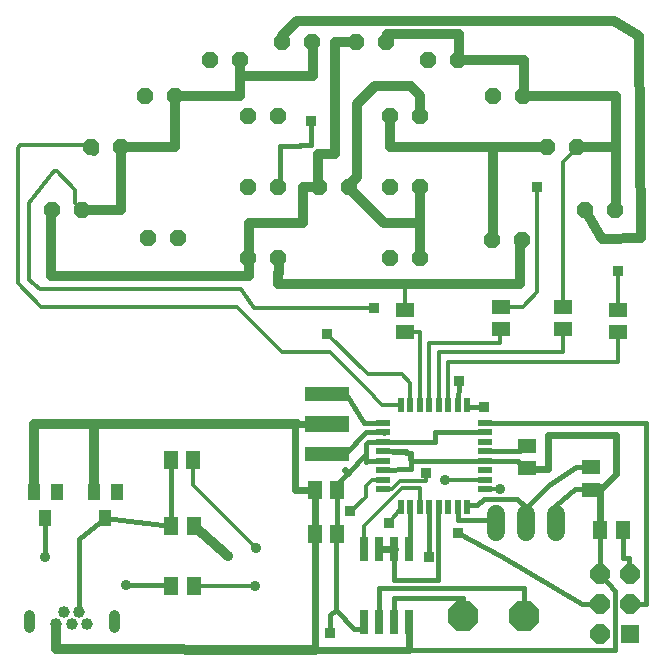
<source format=gbl>
G75*
%MOIN*%
%OFA0B0*%
%FSLAX25Y25*%
%IPPOS*%
%LPD*%
%AMOC8*
5,1,8,0,0,1.08239X$1,22.5*
%
%ADD10R,0.05000X0.02200*%
%ADD11R,0.02200X0.05000*%
%ADD12R,0.02600X0.08000*%
%ADD13R,0.05118X0.06299*%
%ADD14OC8,0.05600*%
%ADD15R,0.06400X0.06400*%
%ADD16OC8,0.06400*%
%ADD17R,0.05906X0.05118*%
%ADD18R,0.06299X0.05118*%
%ADD19R,0.05118X0.05906*%
%ADD20OC8,0.10000*%
%ADD21R,0.14961X0.05512*%
%ADD22R,0.14961X0.04724*%
%ADD23C,0.06000*%
%ADD24R,0.03937X0.05512*%
%ADD25C,0.03975*%
%ADD26C,0.03819*%
%ADD27C,0.01600*%
%ADD28C,0.02400*%
%ADD29C,0.01200*%
%ADD30C,0.03200*%
%ADD31R,0.03562X0.03562*%
%ADD32C,0.03562*%
D10*
X0125848Y0060959D03*
X0125848Y0064108D03*
X0125848Y0067258D03*
X0125848Y0070407D03*
X0125848Y0073557D03*
X0125848Y0076707D03*
X0125848Y0079856D03*
X0125848Y0083006D03*
X0159648Y0083006D03*
X0159648Y0079856D03*
X0159648Y0076707D03*
X0159648Y0073557D03*
X0159648Y0070407D03*
X0159648Y0067258D03*
X0159648Y0064108D03*
X0159648Y0060959D03*
D11*
X0153772Y0055082D03*
X0150622Y0055082D03*
X0147472Y0055082D03*
X0144323Y0055082D03*
X0141173Y0055082D03*
X0138024Y0055082D03*
X0134874Y0055082D03*
X0131724Y0055082D03*
X0131724Y0088882D03*
X0134874Y0088882D03*
X0138024Y0088882D03*
X0141173Y0088882D03*
X0144323Y0088882D03*
X0147472Y0088882D03*
X0150622Y0088882D03*
X0153772Y0088882D03*
D12*
X0134480Y0040850D03*
X0129480Y0040850D03*
X0124480Y0040850D03*
X0119480Y0040850D03*
X0119480Y0016650D03*
X0124480Y0016650D03*
X0129480Y0016650D03*
X0134480Y0016650D03*
D13*
X0062720Y0028750D03*
X0055240Y0028750D03*
X0055240Y0048750D03*
X0062720Y0048750D03*
X0062470Y0070500D03*
X0054990Y0070500D03*
D14*
X0080876Y0138108D03*
X0090876Y0138108D03*
X0090876Y0161730D03*
X0080876Y0161730D03*
X0104498Y0161730D03*
X0114498Y0161730D03*
X0128120Y0161730D03*
X0138120Y0161730D03*
X0138120Y0138108D03*
X0128120Y0138108D03*
X0162230Y0144000D03*
X0172230Y0144000D03*
X0193120Y0154093D03*
X0203120Y0154093D03*
X0190482Y0175037D03*
X0180482Y0175037D03*
X0172490Y0192045D03*
X0162490Y0192045D03*
X0150837Y0203974D03*
X0140837Y0203974D03*
X0126900Y0210156D03*
X0116900Y0210156D03*
X0102096Y0210156D03*
X0092096Y0210156D03*
X0078159Y0203974D03*
X0068159Y0203974D03*
X0056467Y0192006D03*
X0046467Y0192006D03*
X0038474Y0175037D03*
X0028474Y0175037D03*
X0025285Y0153856D03*
X0015285Y0153856D03*
X0047526Y0144730D03*
X0057526Y0144730D03*
X0080876Y0185352D03*
X0090876Y0185352D03*
X0128120Y0185352D03*
X0138120Y0185352D03*
D15*
X0208230Y0012750D03*
D16*
X0198230Y0012750D03*
X0198230Y0022750D03*
X0198230Y0032750D03*
X0208230Y0032750D03*
X0208230Y0022750D03*
D17*
X0173730Y0068010D03*
X0173730Y0075490D03*
D18*
X0194980Y0068240D03*
X0194980Y0060760D03*
X0204230Y0113260D03*
X0204230Y0120740D03*
X0185730Y0121740D03*
X0185730Y0114260D03*
X0164980Y0114260D03*
X0164980Y0121740D03*
X0133230Y0120740D03*
X0133230Y0113260D03*
D19*
X0110470Y0060750D03*
X0102990Y0060750D03*
X0102990Y0046000D03*
X0110470Y0046000D03*
X0198240Y0047250D03*
X0205720Y0047250D03*
D20*
X0172730Y0018750D03*
X0152480Y0018750D03*
D21*
X0107230Y0082750D03*
D22*
X0107230Y0092750D03*
X0107230Y0072750D03*
D23*
X0163480Y0052750D02*
X0163480Y0046750D01*
X0173480Y0046750D02*
X0173480Y0052750D01*
X0183480Y0052750D02*
X0183480Y0046750D01*
D24*
X0036970Y0060081D03*
X0029490Y0060081D03*
X0033230Y0051419D03*
X0016970Y0059831D03*
X0009490Y0059831D03*
X0013230Y0051169D03*
D25*
X0019421Y0020071D03*
X0016862Y0016134D03*
X0021980Y0016134D03*
X0024539Y0020071D03*
X0027098Y0016134D03*
D26*
X0007906Y0015091D02*
X0007906Y0018909D01*
X0036055Y0018909D02*
X0036055Y0015091D01*
D27*
X0024539Y0020071D02*
X0024480Y0044250D01*
X0033230Y0051419D01*
X0055240Y0048750D01*
X0054990Y0070500D01*
X0055240Y0029000D02*
X0040230Y0029000D01*
X0055240Y0029000D02*
X0055240Y0028750D01*
X0013230Y0038250D02*
X0013230Y0051169D01*
X0107230Y0072750D02*
X0112980Y0072750D01*
X0120230Y0080000D01*
X0125730Y0080000D01*
X0125874Y0079856D01*
X0125848Y0079856D01*
X0125874Y0079856D02*
X0125980Y0079750D01*
X0126230Y0076750D02*
X0143230Y0076750D01*
X0143230Y0079856D01*
X0159648Y0079856D01*
X0159480Y0083000D02*
X0213480Y0083000D01*
X0213480Y0022750D01*
X0208230Y0022750D01*
X0203230Y0027000D02*
X0203230Y0007250D01*
X0134480Y0007250D01*
X0129480Y0016650D02*
X0129480Y0024750D01*
X0152480Y0024750D01*
X0152480Y0018750D01*
X0144230Y0030750D02*
X0144230Y0055082D01*
X0144323Y0055082D01*
X0141173Y0055082D02*
X0141173Y0053557D01*
X0141230Y0053500D01*
X0140980Y0052250D01*
X0140980Y0038250D01*
X0134730Y0040850D02*
X0134730Y0055082D01*
X0134874Y0055082D01*
X0137980Y0055250D02*
X0138024Y0055207D01*
X0138024Y0055082D01*
X0150622Y0055082D02*
X0150622Y0050500D01*
X0163480Y0050500D01*
X0163480Y0049750D01*
X0157230Y0055500D02*
X0153980Y0055500D01*
X0153980Y0055291D01*
X0153772Y0055082D01*
X0157230Y0055500D02*
X0159480Y0057750D01*
X0170480Y0057750D01*
X0173356Y0054875D01*
X0173356Y0054875D01*
X0173480Y0055000D01*
X0173480Y0049750D01*
X0173480Y0054750D02*
X0173356Y0054875D01*
X0173480Y0054750D02*
X0180980Y0062250D01*
X0189980Y0068250D01*
X0190980Y0068240D01*
X0194980Y0068240D01*
X0194980Y0060760D02*
X0189730Y0061000D01*
X0183480Y0055750D01*
X0183480Y0049750D01*
X0198240Y0047250D02*
X0198240Y0032750D01*
X0198230Y0032750D01*
X0203230Y0027000D01*
X0198230Y0022750D02*
X0192230Y0022500D01*
X0164980Y0038750D01*
X0150730Y0046250D01*
X0144230Y0030750D02*
X0129480Y0030750D01*
X0129480Y0040850D01*
X0134480Y0040850D02*
X0134730Y0040850D01*
X0124480Y0028000D02*
X0124480Y0016650D01*
X0119480Y0016650D02*
X0119480Y0014750D01*
X0118980Y0014250D01*
X0116230Y0014250D01*
X0109980Y0020500D01*
X0109980Y0020750D01*
X0108230Y0019000D01*
X0107980Y0019000D01*
X0107980Y0013000D01*
X0109980Y0020750D02*
X0109980Y0046000D01*
X0110470Y0046000D01*
X0110470Y0060490D01*
X0110480Y0060500D01*
X0110470Y0060510D01*
X0110470Y0060750D01*
X0110470Y0062740D01*
X0113980Y0066250D01*
X0120230Y0072500D01*
X0120230Y0076000D01*
X0120730Y0076500D01*
X0125480Y0076500D01*
X0125687Y0076707D01*
X0125848Y0076707D01*
X0126230Y0076707D01*
X0126230Y0076750D01*
X0126480Y0073750D02*
X0126480Y0073557D01*
X0126480Y0073500D01*
X0134980Y0073000D01*
X0134980Y0070500D01*
X0135230Y0070500D01*
X0135230Y0070407D01*
X0159648Y0070407D01*
X0170573Y0070407D01*
X0173480Y0067500D01*
X0173730Y0067750D01*
X0173730Y0068010D01*
X0173730Y0067500D01*
X0173980Y0067500D01*
X0171537Y0073557D02*
X0173730Y0075750D01*
X0173730Y0075490D01*
X0171537Y0073557D02*
X0159648Y0073557D01*
X0159480Y0083000D02*
X0159480Y0083006D01*
X0159648Y0083006D01*
X0159480Y0088250D02*
X0154230Y0088250D01*
X0153730Y0088750D01*
X0153772Y0088791D01*
X0153772Y0088882D01*
X0150730Y0089250D02*
X0150480Y0089000D01*
X0150598Y0088882D01*
X0150622Y0088882D01*
X0150730Y0089250D02*
X0150980Y0097000D01*
X0125848Y0083006D02*
X0119480Y0083000D01*
X0113480Y0092750D01*
X0107230Y0092750D01*
X0125848Y0073557D02*
X0126480Y0073557D01*
X0125848Y0070407D02*
X0120638Y0070407D01*
X0120230Y0070000D01*
X0120230Y0072500D01*
X0123988Y0067258D02*
X0125848Y0067258D01*
X0134480Y0067758D01*
X0134480Y0067750D01*
X0134980Y0067750D01*
X0134980Y0070500D01*
X0123988Y0067258D02*
X0123980Y0067250D01*
X0124480Y0028000D02*
X0172730Y0028000D01*
X0172730Y0018750D01*
X0172709Y0015022D02*
X0172730Y0015000D01*
X0205720Y0038000D02*
X0205720Y0047250D01*
X0205720Y0038000D02*
X0207730Y0038000D01*
X0207730Y0032750D01*
X0208230Y0032750D01*
X0129480Y0016650D02*
X0129230Y0016650D01*
X0119480Y0016650D02*
X0119230Y0016650D01*
X0091480Y0161730D02*
X0090876Y0161730D01*
X0091480Y0161730D02*
X0091480Y0175250D01*
X0097980Y0175250D01*
X0097980Y0175750D01*
X0101730Y0175750D01*
X0101730Y0183750D01*
D28*
X0096980Y0082750D02*
X0107230Y0082750D01*
X0096980Y0082750D02*
X0096480Y0082750D01*
X0096480Y0060750D01*
X0102990Y0060750D01*
X0102990Y0046000D01*
X0102990Y0007250D01*
X0102990Y0007000D01*
X0102990Y0007250D02*
X0134480Y0007250D01*
X0134480Y0016650D01*
X0119480Y0016650D02*
X0119480Y0018000D01*
X0124480Y0040850D02*
X0129480Y0040850D01*
X0129730Y0040850D01*
X0129730Y0041000D01*
X0113980Y0066250D02*
X0112980Y0067250D01*
X0173980Y0067500D02*
X0180730Y0067500D01*
X0180730Y0079000D01*
X0203480Y0079000D01*
X0203480Y0066000D01*
X0199230Y0061750D01*
X0194980Y0061750D01*
X0194980Y0060760D01*
X0198240Y0060760D01*
X0198240Y0047250D01*
X0194980Y0060760D02*
X0194980Y0061250D01*
X0198230Y0032750D02*
X0198480Y0032750D01*
D29*
X0173980Y0067500D02*
X0172730Y0068750D01*
X0172480Y0068750D01*
X0170980Y0070250D01*
X0135230Y0070250D01*
X0134730Y0070750D01*
X0134730Y0072750D01*
X0133923Y0073557D01*
X0125848Y0073557D01*
X0125230Y0064250D02*
X0124980Y0064000D01*
X0121980Y0064000D01*
X0119980Y0062000D01*
X0119980Y0058250D01*
X0115230Y0053500D01*
X0114730Y0053500D01*
X0119480Y0048750D02*
X0132230Y0061250D01*
X0137980Y0061250D01*
X0137980Y0055250D01*
X0131724Y0055082D02*
X0131724Y0054494D01*
X0127730Y0049750D01*
X0119480Y0048750D02*
X0119480Y0040850D01*
X0125848Y0060959D02*
X0128689Y0060959D01*
X0131480Y0063750D01*
X0140230Y0063750D01*
X0140230Y0066250D01*
X0146480Y0064000D02*
X0159540Y0064000D01*
X0159648Y0064108D01*
X0159689Y0061000D02*
X0164730Y0061000D01*
X0159689Y0061000D02*
X0159648Y0060959D01*
X0147480Y0088882D02*
X0147480Y0103250D01*
X0204230Y0103250D01*
X0204230Y0113260D01*
X0204230Y0120740D02*
X0204230Y0133500D01*
X0185730Y0121740D02*
X0185730Y0170000D01*
X0190482Y0174752D01*
X0190482Y0175037D01*
X0177230Y0161500D02*
X0177230Y0126500D01*
X0172470Y0121740D01*
X0164980Y0121740D01*
X0164980Y0114260D02*
X0164730Y0114260D01*
X0164730Y0109750D01*
X0141230Y0109750D01*
X0141230Y0088882D01*
X0141173Y0088882D01*
X0144323Y0088882D02*
X0144480Y0088882D01*
X0144480Y0106500D01*
X0185730Y0106500D01*
X0185730Y0114260D01*
X0147480Y0088882D02*
X0147472Y0088882D01*
X0138024Y0088882D02*
X0137980Y0088882D01*
X0137980Y0113260D01*
X0133230Y0113260D01*
X0133230Y0120740D02*
X0133230Y0129250D01*
X0122730Y0121250D02*
X0082730Y0121250D01*
X0078480Y0127500D01*
X0011480Y0127500D01*
X0007730Y0130750D01*
X0007730Y0156250D01*
X0016230Y0167000D01*
X0016980Y0167000D01*
X0023230Y0160750D01*
X0023230Y0156250D01*
X0025480Y0154000D01*
X0025337Y0153856D01*
X0025285Y0153856D01*
X0028480Y0175000D02*
X0028474Y0175006D01*
X0027980Y0175500D01*
X0004730Y0175500D01*
X0003980Y0174750D01*
X0003980Y0129500D01*
X0011730Y0121750D01*
X0076980Y0121750D01*
X0091980Y0106750D01*
X0107980Y0106750D01*
X0122730Y0092000D01*
X0122730Y0091750D01*
X0125598Y0088882D01*
X0131724Y0088882D01*
X0134874Y0088882D02*
X0134874Y0096356D01*
X0131980Y0099250D01*
X0120730Y0099250D01*
X0107230Y0112750D01*
X0137980Y0088882D02*
X0137980Y0088750D01*
X0125848Y0064108D02*
X0125372Y0064108D01*
X0125230Y0064250D01*
X0083480Y0041250D02*
X0062470Y0062260D01*
X0062470Y0070500D01*
X0062720Y0028750D02*
X0082980Y0028750D01*
X0028474Y0175006D02*
X0028474Y0175037D01*
D30*
X0028474Y0174756D01*
X0029480Y0173750D01*
X0038474Y0175037D02*
X0056480Y0175037D01*
X0056480Y0192006D01*
X0056467Y0192006D01*
X0078230Y0192006D01*
X0078230Y0198750D01*
X0102480Y0198750D01*
X0102480Y0210156D01*
X0102096Y0210156D01*
X0097230Y0217000D02*
X0202730Y0217000D01*
X0211230Y0212000D01*
X0211730Y0144750D01*
X0198730Y0144250D01*
X0192980Y0154000D01*
X0193073Y0154093D01*
X0193120Y0154093D01*
X0203120Y0154093D02*
X0203480Y0154093D01*
X0203480Y0175000D01*
X0203480Y0192045D01*
X0172490Y0192045D01*
X0172730Y0192045D01*
X0172730Y0203974D01*
X0150837Y0203974D01*
X0150980Y0203974D01*
X0150980Y0212750D01*
X0127230Y0212750D01*
X0127230Y0210156D01*
X0126900Y0210156D01*
X0116900Y0210156D02*
X0109730Y0210156D01*
X0109730Y0172750D01*
X0104230Y0172750D01*
X0104230Y0161730D01*
X0104498Y0161730D01*
X0099230Y0161730D01*
X0099230Y0149500D01*
X0080980Y0149500D01*
X0080980Y0138108D01*
X0080876Y0138108D01*
X0081230Y0138108D01*
X0081230Y0132000D01*
X0015230Y0132000D01*
X0015230Y0153856D01*
X0015285Y0153856D01*
X0025285Y0153856D02*
X0038480Y0153856D01*
X0038480Y0175037D01*
X0038474Y0175037D01*
X0078230Y0198750D02*
X0078230Y0203974D01*
X0078159Y0203974D01*
X0092096Y0210156D02*
X0092096Y0211866D01*
X0097230Y0217000D01*
X0123230Y0195250D02*
X0117230Y0189250D01*
X0117230Y0165000D01*
X0114230Y0162000D01*
X0114498Y0161732D01*
X0114498Y0161730D01*
X0114498Y0161232D01*
X0125980Y0149750D01*
X0137480Y0149750D01*
X0138230Y0150500D01*
X0137980Y0150500D01*
X0137980Y0161730D01*
X0138120Y0161730D01*
X0137980Y0150500D02*
X0137980Y0138108D01*
X0138120Y0138108D01*
X0137980Y0138108D02*
X0137980Y0137500D01*
X0133230Y0129250D02*
X0171480Y0129250D01*
X0171480Y0144000D01*
X0172230Y0144000D01*
X0162480Y0144000D02*
X0162480Y0175037D01*
X0127980Y0175037D01*
X0127980Y0185352D01*
X0128120Y0185352D01*
X0138120Y0185352D02*
X0138120Y0192110D01*
X0134980Y0195250D01*
X0123230Y0195250D01*
X0162480Y0175037D02*
X0180482Y0175037D01*
X0190230Y0175037D02*
X0190230Y0175000D01*
X0203480Y0175000D01*
X0190482Y0175037D02*
X0190230Y0175037D01*
X0190230Y0175250D01*
X0172730Y0192000D02*
X0172730Y0192045D01*
X0162480Y0144000D02*
X0162230Y0144000D01*
X0162480Y0144000D02*
X0162480Y0143250D01*
X0133230Y0129250D02*
X0090730Y0129250D01*
X0090730Y0133000D01*
X0091230Y0133000D01*
X0091230Y0138108D01*
X0090876Y0138108D01*
X0080980Y0138108D02*
X0080980Y0137750D01*
X0096980Y0082750D02*
X0029490Y0082750D01*
X0029490Y0060081D01*
X0009490Y0059831D02*
X0009490Y0082750D01*
X0029490Y0082750D01*
X0062720Y0048750D02*
X0073980Y0038750D01*
X0102990Y0007250D02*
X0016862Y0007500D01*
X0016862Y0016134D01*
D31*
X0107980Y0013000D03*
X0140980Y0038250D03*
X0150730Y0046250D03*
X0140230Y0066250D03*
X0127730Y0049750D03*
X0114730Y0053500D03*
X0150980Y0097000D03*
X0159480Y0088250D03*
X0122730Y0121250D03*
X0107230Y0112750D03*
X0177230Y0161500D03*
X0204230Y0133500D03*
X0101730Y0183750D03*
D32*
X0146480Y0064000D03*
X0164730Y0061000D03*
X0083480Y0041250D03*
X0073980Y0038750D03*
X0082980Y0028750D03*
X0040230Y0029000D03*
X0013230Y0038250D03*
M02*

</source>
